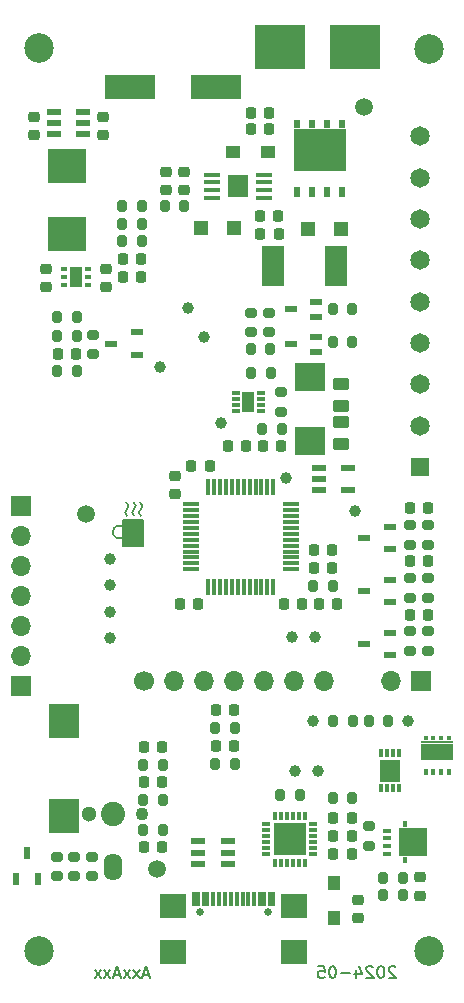
<source format=gbr>
%TF.GenerationSoftware,KiCad,Pcbnew,7.0.7*%
%TF.CreationDate,2024-05-25T17:21:06-04:00*%
%TF.ProjectId,AxxSolder,41787853-6f6c-4646-9572-2e6b69636164,rev?*%
%TF.SameCoordinates,Original*%
%TF.FileFunction,Soldermask,Bot*%
%TF.FilePolarity,Negative*%
%FSLAX46Y46*%
G04 Gerber Fmt 4.6, Leading zero omitted, Abs format (unit mm)*
G04 Created by KiCad (PCBNEW 7.0.7) date 2024-05-25 17:21:06*
%MOMM*%
%LPD*%
G01*
G04 APERTURE LIST*
G04 Aperture macros list*
%AMRoundRect*
0 Rectangle with rounded corners*
0 $1 Rounding radius*
0 $2 $3 $4 $5 $6 $7 $8 $9 X,Y pos of 4 corners*
0 Add a 4 corners polygon primitive as box body*
4,1,4,$2,$3,$4,$5,$6,$7,$8,$9,$2,$3,0*
0 Add four circle primitives for the rounded corners*
1,1,$1+$1,$2,$3*
1,1,$1+$1,$4,$5*
1,1,$1+$1,$6,$7*
1,1,$1+$1,$8,$9*
0 Add four rect primitives between the rounded corners*
20,1,$1+$1,$2,$3,$4,$5,0*
20,1,$1+$1,$4,$5,$6,$7,0*
20,1,$1+$1,$6,$7,$8,$9,0*
20,1,$1+$1,$8,$9,$2,$3,0*%
G04 Aperture macros list end*
%ADD10C,0.150000*%
%ADD11C,0.200000*%
%ADD12C,2.500000*%
%ADD13O,1.700000X1.700000*%
%ADD14C,1.700000*%
%ADD15C,1.300000*%
%ADD16C,2.050000*%
%ADD17O,1.550000X2.300000*%
%ADD18C,1.100000*%
%ADD19RoundRect,0.225000X0.225000X0.250000X-0.225000X0.250000X-0.225000X-0.250000X0.225000X-0.250000X0*%
%ADD20R,3.200000X2.850000*%
%ADD21R,0.400000X0.550000*%
%ADD22R,0.400000X0.410000*%
%ADD23R,2.750000X1.470000*%
%ADD24R,2.750000X0.250000*%
%ADD25C,1.000000*%
%ADD26R,1.650000X1.650000*%
%ADD27C,1.650000*%
%ADD28R,1.050000X0.600000*%
%ADD29RoundRect,0.200000X-0.200000X-0.275000X0.200000X-0.275000X0.200000X0.275000X-0.200000X0.275000X0*%
%ADD30R,0.300000X1.475000*%
%ADD31R,1.475000X0.300000*%
%ADD32R,1.700000X1.700000*%
%ADD33RoundRect,0.200000X0.275000X-0.200000X0.275000X0.200000X-0.275000X0.200000X-0.275000X-0.200000X0*%
%ADD34RoundRect,0.225000X-0.250000X0.225000X-0.250000X-0.225000X0.250000X-0.225000X0.250000X0.225000X0*%
%ADD35C,1.500000*%
%ADD36RoundRect,0.200000X0.200000X0.275000X-0.200000X0.275000X-0.200000X-0.275000X0.200000X-0.275000X0*%
%ADD37RoundRect,0.225000X-0.225000X-0.250000X0.225000X-0.250000X0.225000X0.250000X-0.225000X0.250000X0*%
%ADD38RoundRect,0.225000X0.250000X-0.225000X0.250000X0.225000X-0.250000X0.225000X-0.250000X-0.225000X0*%
%ADD39RoundRect,0.200000X-0.275000X0.200000X-0.275000X-0.200000X0.275000X-0.200000X0.275000X0.200000X0*%
%ADD40R,1.200000X1.200000*%
%ADD41R,2.500000X3.000000*%
%ADD42RoundRect,0.250000X0.450000X-0.262500X0.450000X0.262500X-0.450000X0.262500X-0.450000X-0.262500X0*%
%ADD43R,1.120000X1.220000*%
%ADD44R,0.500000X0.925000*%
%ADD45R,0.600000X0.800000*%
%ADD46R,4.410000X3.655000*%
%ADD47R,0.700000X0.300000*%
%ADD48R,1.000000X1.700000*%
%ADD49R,1.050000X0.500000*%
%ADD50R,1.900000X3.450000*%
%ADD51C,0.650000*%
%ADD52R,0.300000X1.150000*%
%ADD53R,2.180000X2.000000*%
%ADD54R,1.220000X1.120000*%
%ADD55R,0.300000X0.800000*%
%ADD56R,0.800000X0.300000*%
%ADD57R,2.700000X2.700000*%
%ADD58R,0.750000X0.400000*%
%ADD59R,0.400000X0.530000*%
%ADD60R,2.400000X2.450000*%
%ADD61R,0.300000X0.750000*%
%ADD62R,1.730000X1.850000*%
%ADD63R,1.425000X0.450000*%
%ADD64R,1.680000X1.880000*%
%ADD65R,4.250000X2.100000*%
%ADD66R,4.240000X3.810000*%
%ADD67R,0.600000X1.050000*%
%ADD68R,1.200000X0.600000*%
%ADD69R,2.500000X2.400000*%
%ADD70R,0.600000X0.350000*%
%ADD71R,1.100000X1.700000*%
G04 APERTURE END LIST*
D10*
X172206790Y-109727704D02*
G75*
G03*
X172168692Y-109174990I-176990J265470D01*
G01*
X172766904Y-109750093D02*
G75*
G03*
X172788131Y-110312398I183096J-274641D01*
G01*
X171596701Y-109737570D02*
G75*
G03*
X171617975Y-110299946I183099J-274664D01*
G01*
X171606790Y-109727704D02*
G75*
G03*
X171568692Y-109174990I-176990J265470D01*
G01*
X172196701Y-109737570D02*
G75*
G03*
X172217975Y-110299946I183099J-274664D01*
G01*
X172776995Y-109740230D02*
G75*
G03*
X172738848Y-109187442I-176995J265496D01*
G01*
X172950000Y-112824734D02*
X171250000Y-112824734D01*
X171250000Y-110624734D01*
X172950000Y-110624734D01*
X172950000Y-112824734D01*
G36*
X172950000Y-112824734D02*
G01*
X171250000Y-112824734D01*
X171250000Y-110624734D01*
X172950000Y-110624734D01*
X172950000Y-112824734D01*
G37*
D11*
X171301968Y-111264105D02*
G75*
G03*
X171250000Y-112124732I-351968J-410629D01*
G01*
X194343482Y-148522191D02*
X194295863Y-148474572D01*
X194295863Y-148474572D02*
X194200625Y-148426953D01*
X194200625Y-148426953D02*
X193962530Y-148426953D01*
X193962530Y-148426953D02*
X193867292Y-148474572D01*
X193867292Y-148474572D02*
X193819673Y-148522191D01*
X193819673Y-148522191D02*
X193772054Y-148617429D01*
X193772054Y-148617429D02*
X193772054Y-148712667D01*
X193772054Y-148712667D02*
X193819673Y-148855524D01*
X193819673Y-148855524D02*
X194391101Y-149426953D01*
X194391101Y-149426953D02*
X193772054Y-149426953D01*
X193153006Y-148426953D02*
X193057768Y-148426953D01*
X193057768Y-148426953D02*
X192962530Y-148474572D01*
X192962530Y-148474572D02*
X192914911Y-148522191D01*
X192914911Y-148522191D02*
X192867292Y-148617429D01*
X192867292Y-148617429D02*
X192819673Y-148807905D01*
X192819673Y-148807905D02*
X192819673Y-149046000D01*
X192819673Y-149046000D02*
X192867292Y-149236476D01*
X192867292Y-149236476D02*
X192914911Y-149331714D01*
X192914911Y-149331714D02*
X192962530Y-149379334D01*
X192962530Y-149379334D02*
X193057768Y-149426953D01*
X193057768Y-149426953D02*
X193153006Y-149426953D01*
X193153006Y-149426953D02*
X193248244Y-149379334D01*
X193248244Y-149379334D02*
X193295863Y-149331714D01*
X193295863Y-149331714D02*
X193343482Y-149236476D01*
X193343482Y-149236476D02*
X193391101Y-149046000D01*
X193391101Y-149046000D02*
X193391101Y-148807905D01*
X193391101Y-148807905D02*
X193343482Y-148617429D01*
X193343482Y-148617429D02*
X193295863Y-148522191D01*
X193295863Y-148522191D02*
X193248244Y-148474572D01*
X193248244Y-148474572D02*
X193153006Y-148426953D01*
X192438720Y-148522191D02*
X192391101Y-148474572D01*
X192391101Y-148474572D02*
X192295863Y-148426953D01*
X192295863Y-148426953D02*
X192057768Y-148426953D01*
X192057768Y-148426953D02*
X191962530Y-148474572D01*
X191962530Y-148474572D02*
X191914911Y-148522191D01*
X191914911Y-148522191D02*
X191867292Y-148617429D01*
X191867292Y-148617429D02*
X191867292Y-148712667D01*
X191867292Y-148712667D02*
X191914911Y-148855524D01*
X191914911Y-148855524D02*
X192486339Y-149426953D01*
X192486339Y-149426953D02*
X191867292Y-149426953D01*
X191010149Y-148760286D02*
X191010149Y-149426953D01*
X191248244Y-148379334D02*
X191486339Y-149093619D01*
X191486339Y-149093619D02*
X190867292Y-149093619D01*
X190486339Y-149046000D02*
X189724435Y-149046000D01*
X189057768Y-148426953D02*
X188962530Y-148426953D01*
X188962530Y-148426953D02*
X188867292Y-148474572D01*
X188867292Y-148474572D02*
X188819673Y-148522191D01*
X188819673Y-148522191D02*
X188772054Y-148617429D01*
X188772054Y-148617429D02*
X188724435Y-148807905D01*
X188724435Y-148807905D02*
X188724435Y-149046000D01*
X188724435Y-149046000D02*
X188772054Y-149236476D01*
X188772054Y-149236476D02*
X188819673Y-149331714D01*
X188819673Y-149331714D02*
X188867292Y-149379334D01*
X188867292Y-149379334D02*
X188962530Y-149426953D01*
X188962530Y-149426953D02*
X189057768Y-149426953D01*
X189057768Y-149426953D02*
X189153006Y-149379334D01*
X189153006Y-149379334D02*
X189200625Y-149331714D01*
X189200625Y-149331714D02*
X189248244Y-149236476D01*
X189248244Y-149236476D02*
X189295863Y-149046000D01*
X189295863Y-149046000D02*
X189295863Y-148807905D01*
X189295863Y-148807905D02*
X189248244Y-148617429D01*
X189248244Y-148617429D02*
X189200625Y-148522191D01*
X189200625Y-148522191D02*
X189153006Y-148474572D01*
X189153006Y-148474572D02*
X189057768Y-148426953D01*
X187819673Y-148426953D02*
X188295863Y-148426953D01*
X188295863Y-148426953D02*
X188343482Y-148903143D01*
X188343482Y-148903143D02*
X188295863Y-148855524D01*
X188295863Y-148855524D02*
X188200625Y-148807905D01*
X188200625Y-148807905D02*
X187962530Y-148807905D01*
X187962530Y-148807905D02*
X187867292Y-148855524D01*
X187867292Y-148855524D02*
X187819673Y-148903143D01*
X187819673Y-148903143D02*
X187772054Y-148998381D01*
X187772054Y-148998381D02*
X187772054Y-149236476D01*
X187772054Y-149236476D02*
X187819673Y-149331714D01*
X187819673Y-149331714D02*
X187867292Y-149379334D01*
X187867292Y-149379334D02*
X187962530Y-149426953D01*
X187962530Y-149426953D02*
X188200625Y-149426953D01*
X188200625Y-149426953D02*
X188295863Y-149379334D01*
X188295863Y-149379334D02*
X188343482Y-149331714D01*
X173493483Y-149141238D02*
X173017293Y-149141238D01*
X173588721Y-149426953D02*
X173255388Y-148426953D01*
X173255388Y-148426953D02*
X172922055Y-149426953D01*
X172683959Y-149426953D02*
X172160150Y-148760286D01*
X172683959Y-148760286D02*
X172160150Y-149426953D01*
X171874435Y-149426953D02*
X171350626Y-148760286D01*
X171874435Y-148760286D02*
X171350626Y-149426953D01*
X171017292Y-149141238D02*
X170541102Y-149141238D01*
X171112530Y-149426953D02*
X170779197Y-148426953D01*
X170779197Y-148426953D02*
X170445864Y-149426953D01*
X170207768Y-149426953D02*
X169683959Y-148760286D01*
X170207768Y-148760286D02*
X169683959Y-149426953D01*
X169398244Y-149426953D02*
X168874435Y-148760286D01*
X169398244Y-148760286D02*
X168874435Y-149426953D01*
D12*
%TO.C,H4*%
X197150000Y-70800000D03*
%TD*%
%TO.C,H3*%
X164150000Y-70700000D03*
%TD*%
D13*
%TO.C,U1*%
X188290000Y-124253734D03*
X185750000Y-124253734D03*
X183210000Y-124253734D03*
X180670000Y-124253734D03*
X178130000Y-124253734D03*
X175590000Y-124253734D03*
D14*
X173050000Y-124253734D03*
%TD*%
D12*
%TO.C,H2*%
X197150000Y-147174734D03*
%TD*%
D15*
%TO.C,U2*%
X168400000Y-135574734D03*
D16*
X170400000Y-135574734D03*
D17*
X170400000Y-140074734D03*
D18*
X172900000Y-135574734D03*
%TD*%
D12*
%TO.C,H1*%
X164150000Y-147174734D03*
%TD*%
D19*
%TO.C,C23*%
X180675000Y-126774734D03*
X179125000Y-126774734D03*
%TD*%
D20*
%TO.C,L1*%
X166550000Y-80724734D03*
X166550000Y-86424734D03*
%TD*%
D21*
%TO.C,Q2*%
X198850000Y-131964734D03*
X198200000Y-131964734D03*
X197550000Y-131964734D03*
X196900000Y-131964734D03*
D22*
X198850000Y-129094734D03*
X198200000Y-129094734D03*
D23*
X197875000Y-130284734D03*
D24*
X197875000Y-129424734D03*
D22*
X197550000Y-129094734D03*
X196900000Y-129094734D03*
%TD*%
D25*
%TO.C,TP2*%
X185577179Y-120574734D03*
%TD*%
%TO.C,TP6*%
X170150000Y-116174734D03*
%TD*%
D19*
%TO.C,C6*%
X181675000Y-104424734D03*
X180125000Y-104424734D03*
%TD*%
D26*
%TO.C,J2*%
X196400000Y-106174734D03*
D27*
X196400000Y-102674734D03*
X196400000Y-99174734D03*
X196400000Y-95674734D03*
X196400000Y-92174734D03*
X196400000Y-88674734D03*
X196400000Y-85174734D03*
X196400000Y-81674734D03*
X196400000Y-78174734D03*
%TD*%
D25*
%TO.C,TP9*%
X190950000Y-109924734D03*
%TD*%
D28*
%TO.C,D6*%
X193912500Y-115709734D03*
X193912500Y-117609734D03*
X191712500Y-116659734D03*
%TD*%
D29*
%TO.C,R30*%
X172975000Y-131374734D03*
X174625000Y-131374734D03*
%TD*%
%TO.C,R7*%
X171225000Y-85574734D03*
X172875000Y-85574734D03*
%TD*%
D30*
%TO.C,IC4*%
X178500000Y-107836734D03*
X179000000Y-107836734D03*
X179500000Y-107836734D03*
X180000000Y-107836734D03*
X180500000Y-107836734D03*
X181000000Y-107836734D03*
X181500000Y-107836734D03*
X182000000Y-107836734D03*
X182500000Y-107836734D03*
X183000000Y-107836734D03*
X183500000Y-107836734D03*
X184000000Y-107836734D03*
D31*
X185488000Y-109324734D03*
X185488000Y-109824734D03*
X185488000Y-110324734D03*
X185488000Y-110824734D03*
X185488000Y-111324734D03*
X185488000Y-111824734D03*
X185488000Y-112324734D03*
X185488000Y-112824734D03*
X185488000Y-113324734D03*
X185488000Y-113824734D03*
X185488000Y-114324734D03*
X185488000Y-114824734D03*
D30*
X184000000Y-116312734D03*
X183500000Y-116312734D03*
X183000000Y-116312734D03*
X182500000Y-116312734D03*
X182000000Y-116312734D03*
X181500000Y-116312734D03*
X181000000Y-116312734D03*
X180500000Y-116312734D03*
X180000000Y-116312734D03*
X179500000Y-116312734D03*
X179000000Y-116312734D03*
X178500000Y-116312734D03*
D31*
X177012000Y-114824734D03*
X177012000Y-114324734D03*
X177012000Y-113824734D03*
X177012000Y-113324734D03*
X177012000Y-112824734D03*
X177012000Y-112324734D03*
X177012000Y-111824734D03*
X177012000Y-111324734D03*
X177012000Y-110824734D03*
X177012000Y-110324734D03*
X177012000Y-109824734D03*
X177012000Y-109324734D03*
%TD*%
D32*
%TO.C,J3*%
X196475000Y-124274734D03*
D13*
X193935000Y-124274734D03*
%TD*%
D33*
%TO.C,R37*%
X168650000Y-140799734D03*
X168650000Y-139149734D03*
%TD*%
D34*
%TO.C,C32*%
X174900000Y-81149734D03*
X174900000Y-82699734D03*
%TD*%
D29*
%TO.C,FB1*%
X187400000Y-116224734D03*
X189050000Y-116224734D03*
%TD*%
%TO.C,R8*%
X171225000Y-87074734D03*
X172875000Y-87074734D03*
%TD*%
%TO.C,R15*%
X189025000Y-134224734D03*
X190675000Y-134224734D03*
%TD*%
D33*
%TO.C,R25*%
X197062500Y-117234734D03*
X197062500Y-115584734D03*
%TD*%
D35*
%TO.C,FID3*%
X191650000Y-75674734D03*
%TD*%
D36*
%TO.C,R11*%
X172875000Y-84074734D03*
X171225000Y-84074734D03*
%TD*%
D37*
%TO.C,C11*%
X189075000Y-138924734D03*
X190625000Y-138924734D03*
%TD*%
D19*
%TO.C,C7*%
X172825000Y-90074734D03*
X171275000Y-90074734D03*
%TD*%
D38*
%TO.C,C5*%
X169550000Y-78074734D03*
X169550000Y-76524734D03*
%TD*%
D32*
%TO.C,J4*%
X162650000Y-109484734D03*
D13*
X162650000Y-112024734D03*
X162650000Y-114564734D03*
X162650000Y-117104734D03*
X162650000Y-119644734D03*
X162650000Y-122184734D03*
%TD*%
D37*
%TO.C,C16*%
X184875000Y-117724734D03*
X186425000Y-117724734D03*
%TD*%
D39*
%TO.C,R28*%
X168750000Y-94949734D03*
X168750000Y-96599734D03*
%TD*%
%TO.C,R14*%
X192100000Y-136599734D03*
X192100000Y-138249734D03*
%TD*%
D40*
%TO.C,D10*%
X186950000Y-85974734D03*
X189750000Y-85974734D03*
%TD*%
D29*
%TO.C,R36*%
X172975000Y-136884734D03*
X174625000Y-136884734D03*
%TD*%
D41*
%TO.C,LS1*%
X166250000Y-127674734D03*
X166250000Y-135674734D03*
%TD*%
D25*
%TO.C,TP15*%
X187400000Y-127674734D03*
%TD*%
D19*
%TO.C,C30*%
X184425000Y-84924734D03*
X182875000Y-84924734D03*
%TD*%
D37*
%TO.C,C35*%
X182075000Y-76174734D03*
X183625000Y-76174734D03*
%TD*%
D25*
%TO.C,TP8*%
X185850000Y-131924734D03*
%TD*%
D42*
%TO.C,R45*%
X189750000Y-104199734D03*
X189750000Y-102374734D03*
%TD*%
D43*
%TO.C,D3*%
X189150000Y-141374734D03*
X189150000Y-144374734D03*
%TD*%
D25*
%TO.C,TP4*%
X170150000Y-113924734D03*
%TD*%
D36*
%TO.C,R1*%
X190675000Y-92774734D03*
X189025000Y-92774734D03*
%TD*%
%TO.C,R32*%
X180725000Y-128274734D03*
X179075000Y-128274734D03*
%TD*%
D19*
%TO.C,C14*%
X178625000Y-106074734D03*
X177075000Y-106074734D03*
%TD*%
D44*
%TO.C,U3*%
X189850000Y-82874734D03*
X188580000Y-82874734D03*
X187310000Y-82874734D03*
X186040000Y-82874734D03*
D45*
X189850000Y-77084734D03*
X188580000Y-77084734D03*
D46*
X187945000Y-79309734D03*
D45*
X187310000Y-77084734D03*
X186040000Y-77084734D03*
%TD*%
D33*
%TO.C,R23*%
X165650000Y-140799734D03*
X165650000Y-139149734D03*
%TD*%
D47*
%TO.C,IC2*%
X182925000Y-99924734D03*
X182925000Y-100424734D03*
X182925000Y-100924734D03*
X182925000Y-101424734D03*
X180825000Y-101424734D03*
X180825000Y-100924734D03*
X180825000Y-100424734D03*
X180825000Y-99924734D03*
D48*
X181875000Y-100674734D03*
%TD*%
D37*
%TO.C,C19*%
X187450000Y-114724734D03*
X189000000Y-114724734D03*
%TD*%
D36*
%TO.C,R31*%
X180725000Y-131274734D03*
X179075000Y-131274734D03*
%TD*%
D28*
%TO.C,D8*%
X193912500Y-120209734D03*
X193912500Y-122109734D03*
X191712500Y-121159734D03*
%TD*%
D33*
%TO.C,R18*%
X195562500Y-121734734D03*
X195562500Y-120084734D03*
%TD*%
D39*
%TO.C,R34*%
X167150000Y-139149734D03*
X167150000Y-140799734D03*
%TD*%
D35*
%TO.C,FID1*%
X168150000Y-110174734D03*
%TD*%
D32*
%TO.C,TP13*%
X162650000Y-124724734D03*
%TD*%
D19*
%TO.C,C8*%
X172825000Y-88574734D03*
X171275000Y-88574734D03*
%TD*%
%TO.C,C25*%
X197087500Y-118659734D03*
X195537500Y-118659734D03*
%TD*%
D25*
%TO.C,TP16*%
X195400000Y-127674734D03*
%TD*%
D29*
%TO.C,R26*%
X189075000Y-127674734D03*
X190725000Y-127674734D03*
%TD*%
D33*
%TO.C,R22*%
X197062500Y-112734734D03*
X197062500Y-111084734D03*
%TD*%
D36*
%TO.C,R12*%
X194975000Y-140924734D03*
X193325000Y-140924734D03*
%TD*%
D49*
%TO.C,D2*%
X187600000Y-95124734D03*
X187600000Y-96424734D03*
X185500000Y-95774734D03*
%TD*%
D50*
%TO.C,R42*%
X189350000Y-89174734D03*
X183950000Y-89174734D03*
%TD*%
D36*
%TO.C,R10*%
X183725000Y-96174734D03*
X182075000Y-96174734D03*
%TD*%
D40*
%TO.C,D9*%
X180650000Y-85924734D03*
X177850000Y-85924734D03*
%TD*%
D37*
%TO.C,C34*%
X182075000Y-77574734D03*
X183625000Y-77574734D03*
%TD*%
D36*
%TO.C,R5*%
X190675000Y-95574734D03*
X189025000Y-95574734D03*
%TD*%
D51*
%TO.C,J1*%
X183540000Y-143821734D03*
X177760000Y-143821734D03*
D52*
X184000000Y-142746734D03*
X183200000Y-142746734D03*
X181900000Y-142746734D03*
X180900000Y-142746734D03*
X180400000Y-142746734D03*
X179400000Y-142746734D03*
X178100000Y-142746734D03*
X177300000Y-142746734D03*
X177600000Y-142746734D03*
X178400000Y-142746734D03*
X178900000Y-142746734D03*
X179900000Y-142746734D03*
X181400000Y-142746734D03*
X182400000Y-142746734D03*
X182900000Y-142746734D03*
X183700000Y-142746734D03*
D53*
X185760000Y-147251734D03*
X185760000Y-143321734D03*
X175540000Y-147251734D03*
X175540000Y-143321734D03*
%TD*%
D36*
%TO.C,R33*%
X167375000Y-98074734D03*
X165725000Y-98074734D03*
%TD*%
D25*
%TO.C,TP12*%
X176750000Y-92674734D03*
%TD*%
D37*
%TO.C,C12*%
X189075000Y-137414734D03*
X190625000Y-137414734D03*
%TD*%
D34*
%TO.C,C17*%
X175650000Y-106899734D03*
X175650000Y-108449734D03*
%TD*%
D37*
%TO.C,C13*%
X189075000Y-135924734D03*
X190625000Y-135924734D03*
%TD*%
D38*
%TO.C,C2*%
X164750000Y-90924734D03*
X164750000Y-89374734D03*
%TD*%
D19*
%TO.C,C28*%
X174575000Y-132874734D03*
X173025000Y-132874734D03*
%TD*%
D29*
%TO.C,R21*%
X165725000Y-93474734D03*
X167375000Y-93474734D03*
%TD*%
D37*
%TO.C,C21*%
X173025000Y-129874734D03*
X174575000Y-129874734D03*
%TD*%
D33*
%TO.C,R29*%
X197062500Y-121734734D03*
X197062500Y-120084734D03*
%TD*%
D29*
%TO.C,R17*%
X186225000Y-133974734D03*
X184575000Y-133974734D03*
%TD*%
D36*
%TO.C,R38*%
X176475000Y-84074734D03*
X174825000Y-84074734D03*
%TD*%
D19*
%TO.C,C29*%
X174575000Y-138374734D03*
X173025000Y-138374734D03*
%TD*%
D54*
%TO.C,D4*%
X183550000Y-79474734D03*
X180550000Y-79474734D03*
%TD*%
D29*
%TO.C,R3*%
X183050000Y-102924734D03*
X184700000Y-102924734D03*
%TD*%
D55*
%TO.C,IC6*%
X186650000Y-139674734D03*
X186150000Y-139674734D03*
X185650000Y-139674734D03*
X185150000Y-139674734D03*
X184650000Y-139674734D03*
X184150000Y-139674734D03*
D56*
X183400000Y-138924734D03*
X183400000Y-138424734D03*
X183400000Y-137924734D03*
X183400000Y-137424734D03*
X183400000Y-136924734D03*
X183400000Y-136424734D03*
D55*
X184150000Y-135674734D03*
X184650000Y-135674734D03*
X185150000Y-135674734D03*
X185650000Y-135674734D03*
X186150000Y-135674734D03*
X186650000Y-135674734D03*
D56*
X187400000Y-136424734D03*
X187400000Y-136924734D03*
X187400000Y-137424734D03*
X187400000Y-137924734D03*
X187400000Y-138424734D03*
X187400000Y-138924734D03*
D57*
X185400000Y-137674734D03*
%TD*%
D38*
%TO.C,C9*%
X196400000Y-142449734D03*
X196400000Y-140899734D03*
%TD*%
D25*
%TO.C,TP7*%
X187800000Y-131924734D03*
%TD*%
D58*
%TO.C,Q1*%
X193625000Y-138899734D03*
X193625000Y-138249734D03*
X193625000Y-137599734D03*
X193625000Y-136949734D03*
D59*
X195150000Y-139414734D03*
D60*
X195850000Y-137924734D03*
D59*
X195150000Y-136434734D03*
%TD*%
D25*
%TO.C,TP3*%
X174450000Y-97674734D03*
%TD*%
D19*
%TO.C,C22*%
X180675000Y-129774734D03*
X179125000Y-129774734D03*
%TD*%
D61*
%TO.C,IC7*%
X194650000Y-133374734D03*
X194150000Y-133374734D03*
X193650000Y-133374734D03*
X193150000Y-133374734D03*
X193150000Y-130374734D03*
X193650000Y-130374734D03*
X194150000Y-130374734D03*
X194650000Y-130374734D03*
D62*
X193900000Y-131874734D03*
%TD*%
D63*
%TO.C,IC8*%
X178826000Y-83374734D03*
X178826000Y-82724734D03*
X178826000Y-82074734D03*
X178826000Y-81424734D03*
X183250000Y-81424734D03*
X183250000Y-82074734D03*
X183250000Y-82724734D03*
X183250000Y-83374734D03*
D64*
X181038000Y-82399734D03*
%TD*%
D38*
%TO.C,C10*%
X191150000Y-144349734D03*
X191150000Y-142799734D03*
%TD*%
D19*
%TO.C,C15*%
X177625000Y-117724734D03*
X176075000Y-117724734D03*
%TD*%
D33*
%TO.C,R19*%
X195562500Y-117234734D03*
X195562500Y-115584734D03*
%TD*%
D65*
%TO.C,C37*%
X179150000Y-73974734D03*
X171850000Y-73974734D03*
%TD*%
D28*
%TO.C,D7*%
X172500000Y-94774734D03*
X172500000Y-96674734D03*
X170300000Y-95724734D03*
%TD*%
D37*
%TO.C,C4*%
X183100000Y-104424734D03*
X184650000Y-104424734D03*
%TD*%
D34*
%TO.C,C1*%
X169850000Y-89374734D03*
X169850000Y-90924734D03*
%TD*%
D29*
%TO.C,R9*%
X182125000Y-98174734D03*
X183775000Y-98174734D03*
%TD*%
D37*
%TO.C,C18*%
X187450000Y-113224734D03*
X189000000Y-113224734D03*
%TD*%
D19*
%TO.C,C24*%
X167325000Y-96574734D03*
X165775000Y-96574734D03*
%TD*%
D25*
%TO.C,TP11*%
X185050000Y-107074734D03*
%TD*%
D49*
%TO.C,D1*%
X187600000Y-92174734D03*
X187600000Y-93474734D03*
X185500000Y-92824734D03*
%TD*%
D66*
%TO.C,F1*%
X184560000Y-70574734D03*
X190940000Y-70574734D03*
%TD*%
D25*
%TO.C,TP5*%
X170150000Y-118424734D03*
%TD*%
D67*
%TO.C,Q3*%
X164100000Y-141074734D03*
X162200000Y-141074734D03*
X163150000Y-138874734D03*
%TD*%
D68*
%TO.C,IC3*%
X165400000Y-77974734D03*
X165400000Y-77024734D03*
X165400000Y-76074734D03*
X167900000Y-76074734D03*
X167900000Y-77024734D03*
X167900000Y-77974734D03*
%TD*%
%TO.C,IC9*%
X187850000Y-108124734D03*
X187850000Y-107174734D03*
X187850000Y-106224734D03*
X190350000Y-106224734D03*
X190350000Y-108124734D03*
%TD*%
D19*
%TO.C,C31*%
X184450000Y-86434734D03*
X182900000Y-86434734D03*
%TD*%
D33*
%TO.C,R6*%
X182150000Y-94749734D03*
X182150000Y-93099734D03*
%TD*%
D29*
%TO.C,R13*%
X193325000Y-142424734D03*
X194975000Y-142424734D03*
%TD*%
D39*
%TO.C,R2*%
X184625000Y-99849734D03*
X184625000Y-101499734D03*
%TD*%
D34*
%TO.C,C33*%
X176400000Y-81149734D03*
X176400000Y-82699734D03*
%TD*%
D69*
%TO.C,F2*%
X187150000Y-103974734D03*
X187150000Y-98574734D03*
%TD*%
D34*
%TO.C,C3*%
X163750000Y-76549734D03*
X163750000Y-78099734D03*
%TD*%
D25*
%TO.C,TP10*%
X179550000Y-102424734D03*
%TD*%
D19*
%TO.C,C26*%
X197087500Y-114159734D03*
X195537500Y-114159734D03*
%TD*%
D28*
%TO.C,D5*%
X193912500Y-111209734D03*
X193912500Y-113109734D03*
X191712500Y-112159734D03*
%TD*%
D25*
%TO.C,TP14*%
X170150000Y-120674734D03*
%TD*%
D36*
%TO.C,R35*%
X174625000Y-134374734D03*
X172975000Y-134374734D03*
%TD*%
D25*
%TO.C,TP1*%
X187522699Y-120569932D03*
%TD*%
D36*
%TO.C,R27*%
X193725000Y-127674734D03*
X192075000Y-127674734D03*
%TD*%
D33*
%TO.C,R20*%
X195562500Y-112734734D03*
X195562500Y-111084734D03*
%TD*%
D35*
%TO.C,FID2*%
X174150000Y-140174734D03*
%TD*%
D70*
%TO.C,IC1*%
X166250000Y-90724734D03*
X166250000Y-90074734D03*
X166250000Y-89424734D03*
X168350000Y-89424734D03*
X168350000Y-90074734D03*
X168350000Y-90724734D03*
D71*
X167300000Y-90074734D03*
%TD*%
D37*
%TO.C,C20*%
X187875000Y-117724734D03*
X189425000Y-117724734D03*
%TD*%
D39*
%TO.C,R4*%
X183650000Y-93099734D03*
X183650000Y-94749734D03*
%TD*%
D25*
%TO.C,TP17*%
X178150000Y-95174734D03*
%TD*%
D36*
%TO.C,R24*%
X167375000Y-95074734D03*
X165725000Y-95074734D03*
%TD*%
D42*
%TO.C,R44*%
X189750000Y-100974734D03*
X189750000Y-99149734D03*
%TD*%
D68*
%TO.C,IC5*%
X180150000Y-137874734D03*
X180150000Y-138824734D03*
X180150000Y-139774734D03*
X177650000Y-139774734D03*
X177650000Y-138824734D03*
X177650000Y-137874734D03*
%TD*%
D19*
%TO.C,C27*%
X197087500Y-109659734D03*
X195537500Y-109659734D03*
%TD*%
M02*

</source>
